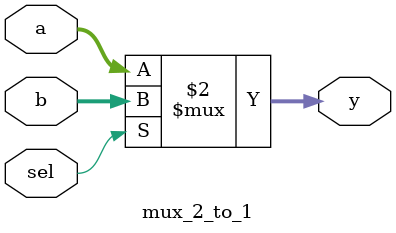
<source format=v>
`timescale 1ns / 1ps


module mux_2_to_1(
input [3:0] a,b,
input sel,
output [3:0] y);

assign y = (~sel)?a:b;


endmodule


</source>
